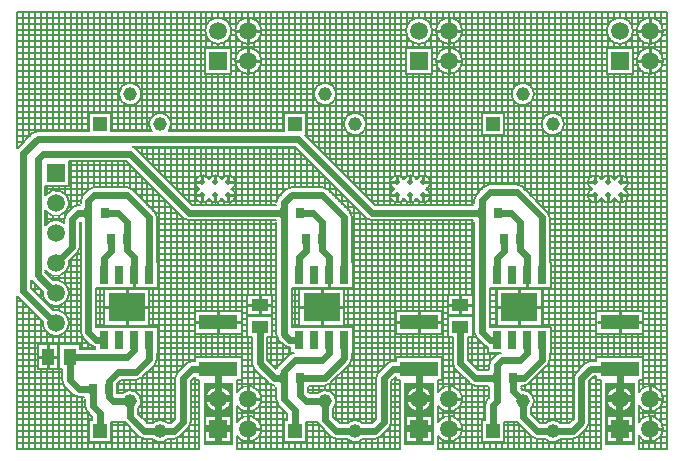
<source format=gbl>
G04*
G04 #@! TF.GenerationSoftware,Altium Limited,Altium Designer,18.0.9 (584)*
G04*
G04 Layer_Physical_Order=2*
G04 Layer_Color=16711680*
%FSLAX43Y43*%
%MOMM*%
G71*
G01*
G75*
%ADD14C,0.200*%
%ADD15C,0.254*%
%ADD27R,0.720X0.880*%
%ADD29R,1.400X1.050*%
%ADD30R,0.800X1.500*%
%ADD31R,3.100X2.410*%
%ADD32C,0.600*%
%ADD33C,1.168*%
%ADD34R,1.168X1.168*%
%ADD35C,1.500*%
%ADD36R,1.500X1.500*%
%ADD37R,1.500X1.500*%
%ADD38C,0.500*%
%ADD39R,1.050X1.400*%
%ADD40R,3.250X1.300*%
G36*
X18750Y850D02*
X16250D01*
X16250Y6100D01*
X18750D01*
X18750Y850D01*
D02*
G37*
G36*
X35750Y850D02*
X33250D01*
Y6100D01*
X35750D01*
Y850D01*
D02*
G37*
G36*
X52750D02*
X50250D01*
Y6100D01*
X52750D01*
Y850D01*
D02*
G37*
%LPC*%
G36*
X17800Y5689D02*
Y5027D01*
X18462D01*
X18377Y5233D01*
X18216Y5443D01*
X18006Y5603D01*
X17800Y5689D01*
D02*
G37*
G36*
X17200D02*
X16994Y5603D01*
X16784Y5443D01*
X16623Y5233D01*
X16538Y5027D01*
X17200D01*
Y5689D01*
D02*
G37*
G36*
X18462Y4426D02*
X17800D01*
Y3764D01*
X18006Y3850D01*
X18216Y4010D01*
X18377Y4220D01*
X18462Y4426D01*
D02*
G37*
G36*
X17200D02*
X16538D01*
X16623Y4220D01*
X16784Y4010D01*
X16994Y3850D01*
X17200Y3764D01*
Y4426D01*
D02*
G37*
G36*
X18504Y3191D02*
X17800D01*
Y2487D01*
X18504D01*
Y3191D01*
D02*
G37*
G36*
X17200D02*
X16496D01*
Y2487D01*
X17200D01*
Y3191D01*
D02*
G37*
G36*
X18504Y1887D02*
X17800D01*
Y1183D01*
X18504D01*
Y1887D01*
D02*
G37*
G36*
X17200D02*
X16496D01*
Y1183D01*
X17200D01*
Y1887D01*
D02*
G37*
G36*
X34800Y5689D02*
Y5027D01*
X35462D01*
X35377Y5233D01*
X35216Y5443D01*
X35006Y5603D01*
X34800Y5689D01*
D02*
G37*
G36*
X34200D02*
X33994Y5603D01*
X33784Y5443D01*
X33623Y5233D01*
X33538Y5027D01*
X34200D01*
Y5689D01*
D02*
G37*
G36*
X35462Y4426D02*
X34800D01*
Y3764D01*
X35006Y3850D01*
X35216Y4010D01*
X35377Y4220D01*
X35462Y4426D01*
D02*
G37*
G36*
X34200D02*
X33538D01*
X33623Y4220D01*
X33784Y4010D01*
X33994Y3850D01*
X34200Y3764D01*
Y4426D01*
D02*
G37*
G36*
X35504Y3191D02*
X34800D01*
Y2487D01*
X35504D01*
Y3191D01*
D02*
G37*
G36*
X34200D02*
X33496D01*
Y2487D01*
X34200D01*
Y3191D01*
D02*
G37*
G36*
X35504Y1887D02*
X34800D01*
Y1183D01*
X35504D01*
Y1887D01*
D02*
G37*
G36*
X34200D02*
X33496D01*
Y1183D01*
X34200D01*
Y1887D01*
D02*
G37*
G36*
X51800Y5689D02*
Y5027D01*
X52462D01*
X52377Y5233D01*
X52216Y5443D01*
X52006Y5603D01*
X51800Y5689D01*
D02*
G37*
G36*
X51200D02*
X50994Y5603D01*
X50784Y5443D01*
X50623Y5233D01*
X50538Y5027D01*
X51200D01*
Y5689D01*
D02*
G37*
G36*
X52462Y4426D02*
X51800D01*
Y3764D01*
X52006Y3850D01*
X52216Y4010D01*
X52377Y4220D01*
X52462Y4426D01*
D02*
G37*
G36*
X51200D02*
X50538D01*
X50623Y4220D01*
X50784Y4010D01*
X50994Y3850D01*
X51200Y3764D01*
Y4426D01*
D02*
G37*
G36*
X52504Y3191D02*
X51800D01*
Y2487D01*
X52504D01*
Y3191D01*
D02*
G37*
G36*
X51200D02*
X50496D01*
Y2487D01*
X51200D01*
Y3191D01*
D02*
G37*
G36*
X52504Y1887D02*
X51800D01*
Y1183D01*
X52504D01*
Y1887D01*
D02*
G37*
G36*
X51200D02*
X50496D01*
Y1183D01*
X51200D01*
Y1887D01*
D02*
G37*
%LPD*%
D14*
X55144Y35890D02*
G03*
X55144Y35890I-1104J0D01*
G01*
Y33350D02*
G03*
X55144Y33350I-1104J0D01*
G01*
X52604Y35890D02*
G03*
X52604Y35890I-1104J0D01*
G01*
X44228Y30540D02*
G03*
X44228Y30540I-938J0D01*
G01*
X46768Y28000D02*
G03*
X46768Y28000I-938J0D01*
G01*
X51850Y22500D02*
G03*
X52204Y23050I-250J550D01*
G01*
D02*
G03*
X51050Y23300I-604J0D01*
G01*
X52204Y21950D02*
G03*
X51850Y22500I-604J0D01*
G01*
X51050Y23300D02*
G03*
X49950Y23300I-550J-250D01*
G01*
X49950D02*
G03*
X49150Y22500I-550J-250D01*
G01*
X51050Y21700D02*
G03*
X52204Y21950I550J250D01*
G01*
X49950Y21700D02*
G03*
X51050Y21700I550J250D01*
G01*
X49150Y22500D02*
G03*
X49950Y21700I250J-550D01*
G01*
X43212Y22712D02*
G03*
X42750Y22904I-462J-462D01*
G01*
X43212Y22712D02*
G03*
X42750Y22904I-462J-462D01*
G01*
X45559Y20095D02*
G03*
X45367Y20557I-654J0D01*
G01*
X45559Y20095D02*
G03*
X45367Y20557I-654J0D01*
G01*
X38144Y35890D02*
G03*
X38144Y35890I-1104J0D01*
G01*
Y33350D02*
G03*
X38144Y33350I-1104J0D01*
G01*
X35100Y22500D02*
G03*
X35454Y23050I-250J550D01*
G01*
X35604Y35890D02*
G03*
X35604Y35890I-1104J0D01*
G01*
X30018Y28000D02*
G03*
X30018Y28000I-938J0D01*
G01*
X35454Y23050D02*
G03*
X34300Y23299I-604J0D01*
G01*
X34300D02*
G03*
X33200Y23299I-550J-250D01*
G01*
X33200D02*
G03*
X32400Y22500I-550J-250D01*
G01*
X40500Y22904D02*
G03*
X40038Y22712I0J-654D01*
G01*
X40500Y22904D02*
G03*
X40038Y22712I0J-654D01*
G01*
X39348Y22022D02*
G03*
X39156Y21560I462J-462D01*
G01*
X39348Y22022D02*
G03*
X39156Y21560I462J-462D01*
G01*
X34300Y21700D02*
G03*
X35454Y21950I550J250D01*
G01*
D02*
G03*
X35100Y22500I-604J0D01*
G01*
X33200Y21700D02*
G03*
X34300Y21700I550J250D01*
G01*
X32400Y22500D02*
G03*
X33200Y21700I250J-550D01*
G01*
X30038Y20038D02*
G03*
X30500Y19846I462J462D01*
G01*
X30038Y20038D02*
G03*
X30500Y19846I462J462D01*
G01*
X26762Y22462D02*
G03*
X26300Y22654I-462J-462D01*
G01*
X26762Y22462D02*
G03*
X26300Y22654I-462J-462D01*
G01*
X28809Y20145D02*
G03*
X28617Y20607I-654J0D01*
G01*
X28809Y20145D02*
G03*
X28617Y20607I-654J0D01*
G01*
X49050Y7954D02*
G03*
X48588Y7762I0J-654D01*
G01*
X49050Y7954D02*
G03*
X48588Y7762I0J-654D01*
G01*
X47788Y6962D02*
G03*
X47596Y6500I462J-462D01*
G01*
X47788Y6962D02*
G03*
X47596Y6500I462J-462D01*
G01*
X45367Y7560D02*
G03*
X45559Y8023I-462J462D01*
G01*
X45367Y7560D02*
G03*
X45559Y8023I-462J462D01*
G01*
X41398Y8646D02*
G03*
X41038Y8462I102J-646D01*
G01*
X41398Y8646D02*
G03*
X41038Y8462I102J-646D01*
G01*
X43382Y5846D02*
G03*
X43845Y6038I0J654D01*
G01*
X43382Y5846D02*
G03*
X43845Y6038I0J654D01*
G01*
X40598Y8022D02*
G03*
X40406Y7560I462J-462D01*
G01*
X40598Y8022D02*
G03*
X40406Y7560I462J-462D01*
G01*
X55144Y4727D02*
G03*
X53111Y5323I-1104J0D01*
G01*
Y4130D02*
G03*
X55144Y4727I929J596D01*
G01*
Y2187D02*
G03*
X53111Y2783I-1104J0D01*
G01*
Y1590D02*
G03*
X55144Y2187I929J596D01*
G01*
X48712Y2288D02*
G03*
X48904Y2750I-462J462D01*
G01*
X48712Y2288D02*
G03*
X48904Y2750I-462J462D01*
G01*
X46502Y2654D02*
G03*
X45158Y2654I-672J-654D01*
G01*
X44038Y1538D02*
G03*
X44500Y1346I462J462D01*
G01*
X43944Y3868D02*
G03*
X44228Y4540I-654J672D01*
G01*
D02*
G03*
X43277Y5478I-938J0D01*
G01*
X47500Y1346D02*
G03*
X47962Y1538I0J654D01*
G01*
X47500Y1346D02*
G03*
X47962Y1538I0J654D01*
G01*
X45158Y1346D02*
G03*
X46502Y1346I672J654D01*
G01*
X44038Y1538D02*
G03*
X44500Y1346I462J462D01*
G01*
X39156Y10404D02*
G03*
X39348Y9942I654J0D01*
G01*
X39156Y10404D02*
G03*
X39348Y9942I654J0D01*
G01*
X40002Y9288D02*
G03*
X40341Y9108I462J462D01*
G01*
X40002Y9288D02*
G03*
X40341Y9108I462J462D01*
G01*
X37346Y7750D02*
G03*
X37538Y7288I654J0D01*
G01*
X37346Y7750D02*
G03*
X37538Y7288I654J0D01*
G01*
X32300Y7954D02*
G03*
X31838Y7762I0J-654D01*
G01*
X32300Y7954D02*
G03*
X31838Y7762I0J-654D01*
G01*
X28617Y7693D02*
G03*
X28809Y8155I-462J462D01*
G01*
X31038Y6962D02*
G03*
X30846Y6500I462J-462D01*
G01*
X31038Y6962D02*
G03*
X30846Y6500I462J-462D01*
G01*
X28617Y7693D02*
G03*
X28809Y8155I-462J462D01*
G01*
X40288Y4712D02*
G03*
X40096Y4250I462J-462D01*
G01*
X38788Y6038D02*
G03*
X39250Y5846I462J462D01*
G01*
X40288Y4712D02*
G03*
X40096Y4250I462J-462D01*
G01*
X38788Y6038D02*
G03*
X39250Y5846I462J462D01*
G01*
X38144Y4727D02*
G03*
X36111Y5323I-1104J0D01*
G01*
Y4130D02*
G03*
X38144Y4727I929J596D01*
G01*
Y2187D02*
G03*
X36111Y2783I-1104J0D01*
G01*
Y1590D02*
G03*
X38144Y2187I929J596D01*
G01*
X27194Y3868D02*
G03*
X27478Y4540I-654J672D01*
G01*
X26500Y5846D02*
G03*
X26962Y6038I0J654D01*
G01*
X26500Y5846D02*
G03*
X26962Y6038I0J654D01*
G01*
X29752Y2654D02*
G03*
X28408Y2654I-672J-654D01*
G01*
X31962Y2288D02*
G03*
X32154Y2750I-462J462D01*
G01*
X31962Y2288D02*
G03*
X32154Y2750I-462J462D01*
G01*
X30750Y1346D02*
G03*
X31212Y1538I0J654D01*
G01*
X30750Y1346D02*
G03*
X31212Y1538I0J654D01*
G01*
X28408Y1346D02*
G03*
X29752Y1346I672J654D01*
G01*
X27038Y1538D02*
G03*
X27500Y1346I462J462D01*
G01*
X27038Y1538D02*
G03*
X27500Y1346I462J462D01*
G01*
X27478Y30540D02*
G03*
X27478Y30540I-938J0D01*
G01*
X21144Y35890D02*
G03*
X21144Y35890I-1104J0D01*
G01*
X18604D02*
G03*
X18604Y35890I-1104J0D01*
G01*
X21144Y33350D02*
G03*
X21144Y33350I-1104J0D01*
G01*
X23700Y22654D02*
G03*
X23238Y22462I0J-654D01*
G01*
X23700Y22654D02*
G03*
X23238Y22462I0J-654D01*
G01*
X22598Y21822D02*
G03*
X22406Y21360I462J-462D01*
G01*
X22598Y21822D02*
G03*
X22406Y21360I462J-462D01*
G01*
X18600Y22500D02*
G03*
X18954Y23050I-250J550D01*
G01*
Y21950D02*
G03*
X18600Y22500I-604J0D01*
G01*
X18954Y23050D02*
G03*
X17800Y23300I-604J0D01*
G01*
X17800D02*
G03*
X16700Y23300I-550J-250D01*
G01*
X16700D02*
G03*
X15900Y22500I-550J-250D01*
G01*
X17800Y21701D02*
G03*
X18954Y21950I550J250D01*
G01*
X16700Y21701D02*
G03*
X17800Y21701I550J250D01*
G01*
X15900Y22500D02*
G03*
X16700Y21701I250J-550D01*
G01*
X13304Y27404D02*
G03*
X13518Y28000I-724J596D01*
G01*
D02*
G03*
X11856Y27404I-938J0D01*
G01*
X10462Y25962D02*
G03*
X10269Y26096I-462J-462D01*
G01*
X10462Y25962D02*
G03*
X10269Y26096I-462J-462D01*
G01*
X10978Y30540D02*
G03*
X10978Y30540I-938J0D01*
G01*
X2215Y27404D02*
G03*
X1753Y27212I0J-654D01*
G01*
X2215Y27404D02*
G03*
X1753Y27212I0J-654D01*
G01*
X12309Y20095D02*
G03*
X12117Y20557I-654J0D01*
G01*
X10212Y22462D02*
G03*
X9750Y22654I-462J-462D01*
G01*
X10212Y22462D02*
G03*
X9750Y22654I-462J-462D01*
G01*
X7000D02*
G03*
X6538Y22462I0J-654D01*
G01*
X7000Y22654D02*
G03*
X6538Y22462I0J-654D01*
G01*
X6048Y21972D02*
G03*
X5856Y21510I462J-462D01*
G01*
X6048Y21972D02*
G03*
X5856Y21510I462J-462D01*
G01*
X5642Y21154D02*
G03*
X5180Y20962I0J-654D01*
G01*
X5642Y21154D02*
G03*
X5180Y20962I0J-654D01*
G01*
X14538Y20038D02*
G03*
X15000Y19846I462J462D01*
G01*
X14538Y20038D02*
G03*
X15000Y19846I462J462D01*
G01*
X12309Y20095D02*
G03*
X12117Y20557I-654J0D01*
G01*
X5593Y17148D02*
G03*
X5785Y17611I-462J462D01*
G01*
X5593Y17148D02*
G03*
X5785Y17611I-462J462D01*
G01*
X4854Y21310D02*
G03*
X2854Y21955I-1104J0D01*
G01*
Y20665D02*
G03*
X4854Y21310I896J645D01*
G01*
X4668Y20451D02*
G03*
X4477Y19988I462J-462D01*
G01*
X4668Y20451D02*
G03*
X4477Y19988I462J-462D01*
G01*
Y19601D02*
G03*
X2854Y19415I-727J-831D01*
G01*
X4854Y16230D02*
G03*
X4841Y16396I-1104J0D01*
G01*
X2854Y15585D02*
G03*
X4854Y16230I896J645D01*
G01*
Y13690D02*
G03*
X3541Y14774I-1104J0D01*
G01*
X2653Y13812D02*
G03*
X4854Y13690I1097J-122D01*
G01*
X23038Y9288D02*
G03*
X23500Y9096I462J462D01*
G01*
X23038Y9288D02*
G03*
X23500Y9096I462J462D01*
G01*
X23876Y8646D02*
G03*
X23516Y8462I102J-646D01*
G01*
X23876Y8646D02*
G03*
X23516Y8462I102J-646D01*
G01*
X22406Y10190D02*
G03*
X22598Y9728I654J0D01*
G01*
X22406Y10190D02*
G03*
X22598Y9728I654J0D01*
G01*
X22598Y7544D02*
G03*
X22441Y7294I462J-462D01*
G01*
X22598Y7544D02*
G03*
X22441Y7294I462J-462D01*
G01*
X20346Y7750D02*
G03*
X20538Y7288I654J0D01*
G01*
X20346Y7750D02*
G03*
X20538Y7288I654J0D01*
G01*
X27478Y4540D02*
G03*
X25868Y5194I-938J0D01*
G01*
X21788Y6038D02*
G03*
X22250Y5846I462J462D01*
G01*
X21788Y6038D02*
G03*
X22250Y5846I462J462D01*
G01*
X22406Y4690D02*
G03*
X22598Y4228I654J0D01*
G01*
X22406Y4690D02*
G03*
X22598Y4228I654J0D01*
G01*
X25921Y2750D02*
G03*
X26078Y2498I619J210D01*
G01*
X25921Y2750D02*
G03*
X26078Y2498I619J210D01*
G01*
X19111Y4130D02*
G03*
X21144Y4727I929J596D01*
G01*
D02*
G03*
X19111Y5323I-1104J0D01*
G01*
X21144Y2187D02*
G03*
X19111Y2783I-1104J0D01*
G01*
Y1590D02*
G03*
X21144Y2187I929J596D01*
G01*
X5856Y10380D02*
G03*
X6048Y9917I654J0D01*
G01*
X15300Y7954D02*
G03*
X14838Y7762I0J-654D01*
G01*
X15300Y7954D02*
G03*
X14838Y7762I0J-654D01*
G01*
X6677Y9288D02*
G03*
X7091Y9098I462J462D01*
G01*
X6677Y9288D02*
G03*
X7091Y9098I462J462D01*
G01*
X5856Y10380D02*
G03*
X6048Y9917I654J0D01*
G01*
X12117Y7635D02*
G03*
X12309Y8098I-462J462D01*
G01*
X12117Y7635D02*
G03*
X12309Y8098I-462J462D01*
G01*
X4854Y11150D02*
G03*
X3541Y12234I-1104J0D01*
G01*
X2653Y11272D02*
G03*
X4854Y11150I1097J-122D01*
G01*
X14038Y6962D02*
G03*
X13846Y6500I462J-462D01*
G01*
X14038Y6962D02*
G03*
X13846Y6500I462J-462D01*
G01*
X10566Y6355D02*
G03*
X11029Y6547I0J654D01*
G01*
X10566Y6355D02*
G03*
X11029Y6547I0J654D01*
G01*
X10694Y3868D02*
G03*
X10978Y4540I-654J672D01*
G01*
X13252Y2654D02*
G03*
X11908Y2654I-672J-654D01*
G01*
X14962Y2288D02*
G03*
X15154Y2750I-462J462D01*
G01*
X14962Y2288D02*
G03*
X15154Y2750I-462J462D01*
G01*
X13750Y1346D02*
G03*
X14212Y1538I0J654D01*
G01*
X13750Y1346D02*
G03*
X14212Y1538I0J654D01*
G01*
X11908Y1346D02*
G03*
X13252Y1346I672J654D01*
G01*
X10788Y1538D02*
G03*
X11250Y1346I462J462D01*
G01*
X10788Y1538D02*
G03*
X11250Y1346I462J462D01*
G01*
X10978Y4540D02*
G03*
X9368Y5194I-938J0D01*
G01*
X6206Y4140D02*
G03*
X6398Y3677I654J0D01*
G01*
X6206Y4140D02*
G03*
X6398Y3677I654J0D01*
G01*
X4271Y6300D02*
G03*
X4463Y5838I654J0D01*
G01*
X4271Y6300D02*
G03*
X4463Y5838I654J0D01*
G01*
X5213Y5088D02*
G03*
X5675Y4896I462J462D01*
G01*
X5213Y5088D02*
G03*
X5675Y4896I462J462D01*
G01*
X54960Y36500D02*
X55500D01*
X54500Y36894D02*
Y37500D01*
X55000Y36435D02*
Y37500D01*
X54000Y36993D02*
Y37500D01*
X53500Y36853D02*
Y37500D01*
X55073Y35500D02*
X55500D01*
X55139Y36000D02*
X55500D01*
X54693Y35000D02*
X55500D01*
X52420Y36500D02*
X53120D01*
X52500Y36358D02*
Y37500D01*
X53000Y36260D02*
Y37500D01*
X52599Y36000D02*
X52941D01*
X52000Y36874D02*
Y37500D01*
X51500Y36994D02*
Y37500D01*
X51000Y36874D02*
Y37500D01*
X52153Y35000D02*
X53387D01*
X52533Y35500D02*
X53007D01*
X52500Y34454D02*
Y35422D01*
X51500Y34454D02*
Y34786D01*
X50500Y34454D02*
Y35423D01*
X52000Y34454D02*
Y34906D01*
X54932Y34000D02*
X55500D01*
X54500Y34354D02*
Y34886D01*
X55000Y33895D02*
Y35345D01*
X54000Y34453D02*
Y34787D01*
X53500Y34313D02*
Y34927D01*
X55087Y33000D02*
X55500D01*
X55134Y33500D02*
X55500D01*
X54744Y32500D02*
X55500D01*
X52604Y34000D02*
X53148D01*
X53000Y33720D02*
Y35520D01*
X52604Y32246D02*
Y34454D01*
Y33500D02*
X52946D01*
X51000Y34454D02*
Y34906D01*
X52604Y33000D02*
X52993D01*
X52604Y32500D02*
X53336D01*
X53000Y12204D02*
Y32980D01*
X52500Y12204D02*
Y32246D01*
X52000Y23503D02*
Y32246D01*
X51500Y23646D02*
Y32246D01*
X51000Y23389D02*
Y32246D01*
X50500Y36357D02*
Y37500D01*
X38139Y36000D02*
X50401D01*
X50396Y34454D02*
X52604D01*
X37960Y36500D02*
X50580D01*
X38073Y35500D02*
X50467D01*
X37693Y35000D02*
X50847D01*
X44108Y31000D02*
X55500D01*
X50396Y32246D02*
X52604D01*
X44227Y30500D02*
X55500D01*
X38087Y33000D02*
X50396D01*
X37932Y34000D02*
X50396D01*
X44057Y30000D02*
X55500D01*
X50396Y32246D02*
Y34454D01*
X43500Y31454D02*
Y37500D01*
X44000Y31153D02*
Y37500D01*
X43000Y31432D02*
Y37500D01*
X42500Y31045D02*
Y37500D01*
X41500Y28938D02*
Y37500D01*
X37744Y32500D02*
X50396D01*
X38134Y33500D02*
X50396D01*
X27358Y31000D02*
X42472D01*
X27477Y30500D02*
X42353D01*
X27307Y30000D02*
X42523D01*
X50500Y23654D02*
Y32246D01*
X49500Y23646D02*
Y37500D01*
X50000Y23389D02*
Y37500D01*
X49000Y23503D02*
Y37500D01*
X46000Y28923D02*
Y37500D01*
X45500Y28878D02*
Y37500D01*
X46500Y28657D02*
Y37500D01*
X46768Y28000D02*
X55500D01*
X46624Y28500D02*
X55500D01*
X46624Y27500D02*
X55500D01*
X41688D02*
X45036D01*
X45500Y20367D02*
Y27122D01*
X45000Y28437D02*
Y37500D01*
X44000Y21925D02*
Y29927D01*
X44500Y21425D02*
Y37500D01*
X42500Y22904D02*
Y30035D01*
X42000Y22904D02*
Y37500D01*
X43000Y22854D02*
Y29648D01*
X43500Y22425D02*
Y29626D01*
X41688Y27062D02*
Y28938D01*
X45000Y20925D02*
Y27563D01*
X41688Y28500D02*
X45036D01*
X39812Y28938D02*
X41688D01*
Y28000D02*
X44892D01*
X52202Y23000D02*
X55500D01*
X52003Y23500D02*
X55500D01*
X52000Y22403D02*
Y22597D01*
X52202Y22000D02*
X55500D01*
X51850Y22500D02*
X55500D01*
X52003Y21500D02*
X55500D01*
X50903Y23500D02*
X51197D01*
X49803D02*
X50097D01*
X50903Y21500D02*
X51197D01*
X49803D02*
X50097D01*
X49000Y22403D02*
Y22598D01*
X45659Y16000D02*
X55500D01*
X45559Y16500D02*
X55500D01*
X45659Y15000D02*
X55500D01*
X45659Y15500D02*
X55500D01*
X45559Y17500D02*
X55500D01*
X45559Y18000D02*
X55500D01*
X45559Y17000D02*
X55500D01*
X53479Y11500D02*
X55500D01*
X53479Y12000D02*
X55500D01*
X53479Y11000D02*
X55500D01*
X45659Y14500D02*
X55500D01*
X49521Y12204D02*
X53479D01*
X52000D02*
Y21497D01*
X51000Y12204D02*
Y21611D01*
X50000Y12204D02*
Y21611D01*
X51500Y12204D02*
Y21354D01*
X50500Y12204D02*
Y21346D01*
X45659Y14146D02*
Y16354D01*
X45559D02*
Y20095D01*
X27925Y24000D02*
X55500D01*
X35253Y23500D02*
X48997D01*
X43425Y22500D02*
X49150D01*
X44425Y21500D02*
X48997D01*
X26925Y25000D02*
X55500D01*
X26425Y25500D02*
X55500D01*
X27425Y24500D02*
X55500D01*
X45559Y19000D02*
X55500D01*
X45559Y19500D02*
X55500D01*
X45559Y18500D02*
X55500D01*
X45419Y20500D02*
X55500D01*
X44925Y21000D02*
X55500D01*
X45559Y20000D02*
X55500D01*
X41500Y22904D02*
Y27062D01*
X35452Y23000D02*
X48798D01*
X39812Y27062D02*
X41688D01*
X40500Y22904D02*
X42750D01*
X44151Y14146D02*
X44389D01*
X43925Y22000D02*
X48798D01*
X43212Y22712D02*
X45367Y20557D01*
X44151Y14146D02*
X44389D01*
X43119D02*
X44151D01*
X44904Y14000D02*
X55500D01*
X44389Y14146D02*
X45659D01*
X42881D02*
X43119D01*
X42881D02*
X43119D01*
X41096Y14059D02*
X44904D01*
Y13000D02*
X55500D01*
X44904Y13500D02*
X55500D01*
X44904Y12500D02*
X55500D01*
X44904Y12000D02*
X49521D01*
X44904Y11500D02*
X49521D01*
X41849Y14146D02*
X42881D01*
X41611D02*
X41849D01*
X41611D02*
X41849D01*
X40464D02*
X41611D01*
X40464Y13000D02*
X41096D01*
X40464Y12500D02*
X41096D01*
X40464Y11500D02*
X41096D01*
X40464Y12000D02*
X41096D01*
X40464Y11000D02*
X41096D01*
X38000Y36435D02*
Y37500D01*
X37500Y36894D02*
Y37500D01*
X37000Y36993D02*
Y37500D01*
X36500Y36853D02*
Y37500D01*
X37500Y34354D02*
Y34886D01*
X38000Y33895D02*
Y35345D01*
X37000Y34453D02*
Y34787D01*
X36000Y36260D02*
Y37500D01*
X35599Y36000D02*
X35941D01*
X35533Y35500D02*
X36007D01*
X36000Y33720D02*
Y35520D01*
X35420Y36500D02*
X36120D01*
X35000Y36874D02*
Y37500D01*
X35500Y36358D02*
Y37500D01*
X36500Y34313D02*
Y34927D01*
X35604Y34000D02*
X36148D01*
X35604Y33500D02*
X35946D01*
X35153Y35000D02*
X36387D01*
X35500Y34454D02*
Y35422D01*
X35000Y34454D02*
Y34906D01*
X41000Y28938D02*
Y37500D01*
X40500Y28938D02*
Y37500D01*
X40000Y28938D02*
Y37500D01*
X39500Y22175D02*
Y37500D01*
X38500Y21154D02*
Y37500D01*
X39000Y21154D02*
Y37500D01*
X41000Y22904D02*
Y27062D01*
X40500Y22904D02*
Y27062D01*
X40000Y22675D02*
Y27062D01*
X39812D02*
Y28938D01*
X38000Y21154D02*
Y32805D01*
X37500Y21154D02*
Y32346D01*
X35604Y33000D02*
X35993D01*
X35604Y32246D02*
Y34454D01*
X36000Y21154D02*
Y32980D01*
X36500Y21154D02*
Y32387D01*
X35604Y32500D02*
X36336D01*
X37000Y21154D02*
Y32247D01*
X35000Y23635D02*
Y32246D01*
X35500Y21154D02*
Y32246D01*
X34500Y36994D02*
Y37500D01*
X34000Y36874D02*
Y37500D01*
X34500Y34454D02*
Y34786D01*
X34000Y34454D02*
Y34906D01*
X33500Y36357D02*
Y37500D01*
Y34454D02*
Y35423D01*
X33396Y34454D02*
X35604D01*
X33396Y32246D02*
Y34454D01*
Y32246D02*
X35604D01*
X30018Y28000D02*
X39812D01*
X29874Y28500D02*
X39812D01*
X29874Y27500D02*
X39812D01*
X30000Y28184D02*
Y37500D01*
X29500Y28839D02*
Y37500D01*
X32500Y23635D02*
Y37500D01*
X29000Y28935D02*
Y37500D01*
X28500Y28737D02*
Y37500D01*
X28000Y23925D02*
Y37500D01*
X27000Y31358D02*
Y37500D01*
X27500Y24425D02*
Y37500D01*
X26500Y25425D02*
Y29603D01*
Y31477D02*
Y37500D01*
X27000Y24925D02*
Y29722D01*
X34000Y23600D02*
Y32246D01*
X33500Y23600D02*
Y32246D01*
X34500Y23542D02*
Y32246D01*
X33000Y23542D02*
Y37500D01*
X34153Y23500D02*
X34447D01*
X33053D02*
X33347D01*
X31500Y21154D02*
Y37500D01*
X31000Y21154D02*
Y37500D01*
X32000Y21154D02*
Y37500D01*
X30000Y21925D02*
Y27816D01*
X28500Y23425D02*
Y27263D01*
X30500Y21425D02*
Y37500D01*
X29000Y22925D02*
Y27065D01*
X29500Y22425D02*
Y27161D01*
X28425Y23500D02*
X32247D01*
X26500Y22623D02*
Y23575D01*
X27000Y22225D02*
Y23075D01*
X39348Y22022D02*
X40038Y22712D01*
X35100Y22500D02*
X39825D01*
X35452Y22000D02*
X39326D01*
X40464Y14000D02*
X41096D01*
X39156Y21294D02*
Y21560D01*
X37500Y13554D02*
Y19846D01*
X35253Y21500D02*
X39156D01*
X36946Y13554D02*
X39054D01*
X34153Y21500D02*
X34447D01*
X34500Y21154D02*
Y21458D01*
X34000Y21154D02*
Y21400D01*
X35000Y21154D02*
Y21365D01*
X33500Y21154D02*
Y21400D01*
X33053Y21500D02*
X33347D01*
X33000Y21154D02*
Y21457D01*
X39000Y13554D02*
Y19846D01*
X38500Y13554D02*
Y19846D01*
X40464Y13500D02*
X41096D01*
X39054Y11796D02*
Y13554D01*
X38000D02*
Y19846D01*
X37000Y13554D02*
Y19846D01*
X36946Y11796D02*
X39054D01*
X36479Y12000D02*
X36946D01*
Y11704D02*
X39054D01*
X35500Y12204D02*
Y19846D01*
X35000Y12204D02*
Y19846D01*
X36000Y12204D02*
Y19846D01*
X33500Y12204D02*
Y19846D01*
X33000Y12204D02*
Y19846D01*
X34500Y12204D02*
Y19846D01*
X36479Y11500D02*
X36946D01*
Y11796D02*
Y13554D01*
X34000Y12204D02*
Y19846D01*
X30425Y21500D02*
X32247D01*
X32500Y21154D02*
Y21365D01*
X29425Y22500D02*
X32400D01*
X28925Y23000D02*
X32048D01*
X29925Y22000D02*
X32048D01*
X30500Y19846D02*
X39096D01*
X30771Y21154D02*
X39096D01*
X28809Y20000D02*
X30079D01*
X28704Y20500D02*
X29575D01*
X28000Y21225D02*
Y22075D01*
X27500Y21725D02*
Y22575D01*
X26762Y22462D02*
X28617Y20607D01*
X26722Y22500D02*
X27575D01*
X28500Y20725D02*
Y21575D01*
X27725Y21500D02*
X28575D01*
X27225Y22000D02*
X28075D01*
X28225Y21000D02*
X29075D01*
X28809Y17500D02*
X39156D01*
X28809Y18000D02*
X39156D01*
X28809Y16500D02*
X39156D01*
X28809Y17000D02*
X39156D01*
X28809Y19000D02*
X39156D01*
X28809Y19500D02*
X39156D01*
X28809Y18500D02*
X39156D01*
X28909Y15500D02*
X39156D01*
X28909Y16000D02*
X39156D01*
X28909Y15000D02*
X39156D01*
X28154Y14000D02*
X39156D01*
X28909Y14500D02*
X39156D01*
X28154Y12500D02*
X36946D01*
X28909Y14146D02*
Y16354D01*
X28809D02*
Y20145D01*
X27639Y14146D02*
X28909D01*
X27401D02*
X27639D01*
X26369D02*
X27401D01*
X28154Y13000D02*
X36946D01*
X28154Y13500D02*
X36946D01*
X32521Y12204D02*
X36479D01*
X28154Y12000D02*
X32521D01*
X27401Y14146D02*
X27639D01*
X28154Y11500D02*
X32521D01*
X53479Y10500D02*
X55500D01*
X53479Y10196D02*
Y12204D01*
X53000Y8304D02*
Y10196D01*
X51500Y8304D02*
Y10196D01*
X49521D02*
X53479D01*
X51000Y8304D02*
Y10196D01*
X53479Y7500D02*
X55500D01*
X53479Y8000D02*
X55500D01*
X53479Y7000D02*
X55500D01*
X49521Y8304D02*
X53479D01*
X52000D02*
Y10196D01*
X52500Y8304D02*
Y10196D01*
X50500Y8304D02*
Y10196D01*
X49521D02*
Y12204D01*
X50000Y8304D02*
Y10196D01*
X49500Y7954D02*
Y21354D01*
X49000Y7952D02*
Y21498D01*
X48500Y7675D02*
Y37500D01*
X48000Y7175D02*
Y37500D01*
X49050Y7954D02*
X49521D01*
Y8304D01*
X49321Y6646D02*
X49521D01*
X47788Y6962D02*
X48588Y7762D01*
X55000Y5272D02*
Y32805D01*
X54500Y5730D02*
Y32346D01*
X55500Y500D02*
Y37500D01*
X55500Y500D02*
Y37500D01*
X54000Y5830D02*
Y32247D01*
X53479Y6296D02*
Y8304D01*
X53500Y5689D02*
Y32387D01*
X53479Y6500D02*
X55500D01*
X53111Y6100D02*
Y6296D01*
X53111Y5323D02*
Y6100D01*
X53111Y6296D02*
X53479D01*
X49521D02*
X49889D01*
X53111Y5323D02*
Y6100D01*
X48904Y6229D02*
X49321Y6646D01*
X49500Y500D02*
Y6646D01*
X47500Y2925D02*
Y37500D01*
X47000Y2654D02*
Y37500D01*
X49521Y6296D02*
Y6646D01*
X49175Y6500D02*
X49521D01*
X49889Y500D02*
Y6296D01*
X48904Y2750D02*
Y6229D01*
X47596Y3021D02*
Y6500D01*
X49000Y500D02*
Y6325D01*
X44904Y11000D02*
X49521D01*
X44904Y10941D02*
Y14059D01*
X45500Y10854D02*
Y14146D01*
X45000Y10854D02*
Y14146D01*
X41096Y10941D02*
X44904D01*
X44151Y10854D02*
X44389D01*
X45659D01*
Y10000D02*
X55500D01*
X45659Y10500D02*
X49521D01*
X45659Y8646D02*
Y10854D01*
Y9000D02*
X55500D01*
X45659Y9500D02*
X55500D01*
X45559Y8500D02*
X55500D01*
X42881Y10854D02*
X43119D01*
X42881D02*
X43119D01*
X44151D02*
X44389D01*
X41096Y10941D02*
Y14059D01*
X41000Y10854D02*
Y14146D01*
X40500Y10854D02*
Y14146D01*
X41849Y10854D02*
X42881D01*
X41611D02*
X41849D01*
X43119D02*
X44151D01*
X41611D02*
X41849D01*
X40464D02*
X41611D01*
X40341Y8646D02*
X41398D01*
X45559Y8000D02*
X49521D01*
X45559Y8023D02*
Y8646D01*
X46500Y2657D02*
Y27343D01*
X46000Y2922D02*
Y27077D01*
X45500Y2878D02*
Y7751D01*
X45307Y7500D02*
X48325D01*
X44807Y7000D02*
X47825D01*
X45000Y2654D02*
Y7193D01*
X44307Y6500D02*
X47596D01*
X43845Y6038D02*
X45367Y7560D01*
X44500Y2925D02*
Y6693D01*
X41000Y8425D02*
Y8646D01*
X38654Y8500D02*
X41078D01*
X40598Y8022D02*
X41038Y8462D01*
X40500Y7898D02*
Y8646D01*
X44000Y5153D02*
Y6193D01*
X38675Y8000D02*
X40576D01*
X55110Y5000D02*
X55500D01*
X54828Y5500D02*
X55500D01*
X53111Y6000D02*
X55500D01*
X54871Y4000D02*
X55500D01*
X55120Y4500D02*
X55500D01*
X55000Y2732D02*
Y4181D01*
X53111Y3500D02*
X55500D01*
X54500Y3190D02*
Y3723D01*
X54786Y3000D02*
X55500D01*
X48904Y5500D02*
X49889D01*
X53111Y2783D02*
Y4130D01*
X53111Y2783D02*
Y4130D01*
X48904Y5000D02*
X49889D01*
X48904Y6000D02*
X49889D01*
X48904Y4500D02*
X49889D01*
X54000Y3290D02*
Y3623D01*
X53500Y3149D02*
Y3764D01*
X53111Y3000D02*
X53294D01*
X48904Y3500D02*
X49889D01*
X48904Y4000D02*
X49889D01*
X48904Y3000D02*
X49889D01*
X55099Y2500D02*
X55500D01*
X55128Y2000D02*
X55500D01*
X54905Y1500D02*
X55500D01*
X55000Y500D02*
Y1641D01*
X54500Y500D02*
Y1183D01*
X53111Y1000D02*
X55500D01*
X54000Y500D02*
Y1083D01*
X53111Y500D02*
X55500D01*
X48854Y2500D02*
X49889D01*
X48425Y2000D02*
X49889D01*
X47962Y1538D02*
X48712Y2288D01*
X48500Y500D02*
Y2075D01*
X53111Y850D02*
Y1590D01*
X53111Y850D02*
Y1590D01*
X53500Y500D02*
Y1224D01*
X47921Y1500D02*
X49889D01*
X48000Y500D02*
Y1575D01*
X53111Y500D02*
Y850D01*
X44227Y4500D02*
X47596D01*
X44108Y5000D02*
X47596D01*
X43944Y3500D02*
X47596D01*
X44057Y4000D02*
X47596D01*
X43255Y5500D02*
X47596D01*
X43804Y6000D02*
X47596D01*
X43944Y3481D02*
X44771Y2654D01*
X46502D02*
X47229D01*
X47596Y3021D01*
X44425Y3000D02*
X47575D01*
X44771Y2654D02*
X45158D01*
X43500Y5454D02*
Y5857D01*
X44000Y3425D02*
Y3927D01*
X43154Y5846D02*
X43382D01*
X43094Y5661D02*
X43277Y5478D01*
X43944Y3481D02*
Y3868D01*
X41688Y2750D02*
X42825D01*
X42828Y2748D02*
X44038Y1538D01*
X41688Y2000D02*
X43575D01*
X41688Y2500D02*
X43075D01*
X41688Y1500D02*
X44079D01*
X47500Y500D02*
Y1346D01*
X47000Y500D02*
Y1346D01*
X46502D02*
X47500D01*
X44500D02*
X45158D01*
X46000Y500D02*
Y1078D01*
X45500Y500D02*
Y1122D01*
X46500Y500D02*
Y1343D01*
X36111Y500D02*
X49889D01*
X36111Y1000D02*
X49889D01*
X45000Y500D02*
Y1346D01*
X43500Y500D02*
Y2075D01*
X43000Y500D02*
Y2575D01*
X44000Y500D02*
Y1575D01*
X42000Y500D02*
Y2750D01*
X41688Y1062D02*
Y2750D01*
X42500Y500D02*
Y2750D01*
X44500Y500D02*
Y1346D01*
X41500Y500D02*
Y1062D01*
X39812D02*
X41688D01*
X40500Y500D02*
Y1062D01*
X41000Y500D02*
Y1062D01*
X40464Y10854D02*
Y14146D01*
X39156Y10404D02*
Y19706D01*
X39054Y10000D02*
X39296D01*
X39054Y9946D02*
Y11704D01*
X38654Y9946D02*
X39054D01*
X40341Y8646D02*
Y9108D01*
X39348Y9942D02*
X40002Y9288D01*
X38654Y9500D02*
X39790D01*
X38654Y9000D02*
X40341D01*
X36479Y10500D02*
X36946D01*
X36479Y11000D02*
X36946D01*
Y9946D02*
Y11704D01*
X36479Y10196D02*
Y12204D01*
X35500Y8304D02*
Y10196D01*
X36000Y8304D02*
Y10196D01*
X36946Y9946D02*
X37346D01*
X35000Y8304D02*
Y10196D01*
X34500Y8304D02*
Y10196D01*
X33500Y8304D02*
Y10196D01*
X33000Y8304D02*
Y10196D01*
X34000Y8304D02*
Y10196D01*
X40406Y7294D02*
Y7560D01*
X39175Y7500D02*
X40406D01*
X40000Y7154D02*
Y9290D01*
X39500Y7175D02*
Y9790D01*
X39000Y7675D02*
Y9946D01*
X38654Y8021D02*
Y9946D01*
Y8021D02*
X39521Y7154D01*
X40346D01*
X38000Y5272D02*
Y6825D01*
X38500Y500D02*
Y6325D01*
X36479Y6500D02*
X38325D01*
X36479Y7000D02*
X37825D01*
X37538Y7288D02*
X38788Y6038D01*
X37346Y7750D02*
Y9946D01*
X37000Y5830D02*
Y9946D01*
X36479Y8000D02*
X37346D01*
X36479Y6296D02*
Y8304D01*
X36500Y5689D02*
Y19846D01*
X36479Y7500D02*
X37396D01*
X37500Y5730D02*
Y7329D01*
X36111Y6296D02*
X36479D01*
X36111Y6100D02*
Y6296D01*
Y5323D02*
Y6100D01*
X32521Y10196D02*
X36479D01*
X28909Y10500D02*
X32521D01*
Y10196D02*
Y12204D01*
X32500Y7954D02*
Y19846D01*
X28909Y10000D02*
X36946D01*
X28154Y11000D02*
X32521D01*
X28909Y9500D02*
X37346D01*
X32521Y8304D02*
X36479D01*
X32521Y7954D02*
Y8304D01*
X32300Y7954D02*
X32521D01*
X28809Y8500D02*
X37346D01*
X28909Y9000D02*
X37346D01*
X28790Y8000D02*
X32521D01*
X28909Y8646D02*
Y10854D01*
X28500D02*
Y14146D01*
X32000Y7881D02*
Y19846D01*
X27639Y10854D02*
X28909D01*
X28154Y10941D02*
Y14059D01*
X26369Y10854D02*
X27401D01*
X28809Y8155D02*
Y8646D01*
X27401Y10854D02*
X27639D01*
X27401D02*
X27639D01*
X31038Y6962D02*
X31838Y7762D01*
X31500Y7425D02*
Y19846D01*
X32521Y6296D02*
Y6596D01*
X28425Y7500D02*
X31575D01*
X27925Y7000D02*
X31075D01*
X32889Y6100D02*
Y6296D01*
X32521D02*
X32889D01*
Y850D02*
Y6100D01*
X32154Y6229D02*
X32521Y6596D01*
X32154Y2750D02*
Y6229D01*
X32500Y500D02*
Y6575D01*
X31000Y6921D02*
Y19846D01*
X30500Y2675D02*
Y19846D01*
X30000Y2654D02*
Y20075D01*
X29000Y2935D02*
Y21075D01*
X29500Y2839D02*
Y20575D01*
X30846Y3021D02*
Y6500D01*
X28500Y2737D02*
Y7575D01*
X28000Y2654D02*
Y7075D01*
X27425Y6500D02*
X30846D01*
X26962Y6038D02*
X28617Y7693D01*
X27500Y2925D02*
Y6575D01*
X40406Y4831D02*
Y5706D01*
X39250Y5846D02*
X40346D01*
X40288Y4712D02*
X40406Y4831D01*
X37828Y5500D02*
X40406D01*
X38110Y5000D02*
X40406D01*
X38120Y4500D02*
X40146D01*
X39812Y2938D02*
X40096D01*
X36111Y3500D02*
X40096D01*
X37871Y4000D02*
X40096D01*
X37786Y3000D02*
X40096D01*
X36111Y6000D02*
X38829D01*
X36111Y5323D02*
Y6100D01*
X37000Y3290D02*
Y3623D01*
X37500Y3190D02*
Y3723D01*
X36500Y3149D02*
Y3764D01*
X36111Y3000D02*
X36294D01*
X40096Y2938D02*
Y4250D01*
X40000Y2938D02*
Y5846D01*
X39812Y1062D02*
Y2938D01*
X39500Y500D02*
Y5846D01*
X38000Y2732D02*
Y4181D01*
X39000Y500D02*
Y5896D01*
X38128Y2000D02*
X39812D01*
X38099Y2500D02*
X39812D01*
X40000Y500D02*
Y1062D01*
X37905Y1500D02*
X39812D01*
X38000Y500D02*
Y1641D01*
X36111Y2783D02*
Y4130D01*
Y2783D02*
Y4130D01*
X32889Y850D02*
Y6100D01*
X37000Y500D02*
Y1083D01*
X36500Y500D02*
Y1224D01*
X37500Y500D02*
Y1183D01*
X36111Y850D02*
Y1590D01*
Y850D02*
Y1590D01*
Y500D02*
Y850D01*
X32154Y5500D02*
X32889D01*
X32154Y6000D02*
X32889D01*
X32154Y4500D02*
X32889D01*
X32154Y5000D02*
X32889D01*
X27358D02*
X30846D01*
X26921Y6000D02*
X30846D01*
X27477Y4500D02*
X30846D01*
X32154Y3500D02*
X32889D01*
X32154Y4000D02*
X32889D01*
X32154Y3000D02*
X32889D01*
X27194Y3500D02*
X30846D01*
X27307Y4000D02*
X30846D01*
X32104Y2500D02*
X32889D01*
X27000Y5358D02*
Y6075D01*
X27194Y3231D02*
Y3868D01*
X26500Y5477D02*
Y5846D01*
X29752Y2654D02*
X30479D01*
X30846Y3021D01*
X27425Y3000D02*
X30825D01*
X27771Y2654D02*
X28408D01*
X27194Y3231D02*
X27771Y2654D01*
X31675Y2000D02*
X32889D01*
X32000Y500D02*
Y2328D01*
X31212Y1538D02*
X31962Y2288D01*
X31500Y500D02*
Y1825D01*
X32889Y500D02*
Y850D01*
X31171Y1500D02*
X32889D01*
X31000Y500D02*
Y1396D01*
X29752Y1346D02*
X30750D01*
X30500Y500D02*
Y1346D01*
X30000Y500D02*
Y1346D01*
X27000Y500D02*
Y1575D01*
X26500Y500D02*
Y2075D01*
X29000Y500D02*
Y1065D01*
X28500Y500D02*
Y1263D01*
X29500Y500D02*
Y1161D01*
X27500Y1346D02*
X28408D01*
X28000Y500D02*
Y1346D01*
X27500Y500D02*
Y1346D01*
X21139Y36000D02*
X33401D01*
X21000Y36435D02*
Y37500D01*
X21073Y35500D02*
X33467D01*
X26000Y31307D02*
Y37500D01*
X20960Y36500D02*
X33580D01*
X21000Y33895D02*
Y35345D01*
X21134Y33500D02*
X33396D01*
X20932Y34000D02*
X33396D01*
X21087Y33000D02*
X33396D01*
X20693Y35000D02*
X33847D01*
X20744Y32500D02*
X33396D01*
X20500Y36894D02*
Y37500D01*
X20000Y36993D02*
Y37500D01*
X19500Y36853D02*
Y37500D01*
X19000Y33720D02*
Y35520D01*
X20500Y34354D02*
Y34886D01*
X20000Y34453D02*
Y34787D01*
X19500Y34313D02*
Y34927D01*
X25000Y26925D02*
Y37500D01*
X26000Y25925D02*
Y29773D01*
X25500Y26425D02*
Y37500D01*
X23062Y28938D02*
X24938D01*
X24500D02*
Y37500D01*
X24938Y27062D02*
Y28938D01*
Y28500D02*
X28286D01*
X24938Y28000D02*
X28142D01*
X25425Y26500D02*
X55500D01*
X24925Y27000D02*
X55500D01*
X24938Y27500D02*
X28286D01*
X24863Y27062D02*
X30771Y21154D01*
X24000Y28938D02*
Y37500D01*
X23500Y28938D02*
Y37500D01*
X23000Y27404D02*
Y37500D01*
X22000Y27404D02*
Y37500D01*
X21500Y27404D02*
Y37500D01*
X22500Y27404D02*
Y37500D01*
X21000Y27404D02*
Y32805D01*
X20500Y27404D02*
Y32346D01*
X23062Y27404D02*
Y28938D01*
X19500Y27404D02*
Y32387D01*
X19000Y27404D02*
Y32980D01*
X20000Y27404D02*
Y32247D01*
X19000Y36260D02*
Y37500D01*
X18500Y36358D02*
Y37500D01*
X500Y37500D02*
X55500D01*
X500Y37500D02*
X55500D01*
X500Y37000D02*
X55500D01*
X18420Y36500D02*
X19120D01*
X18599Y36000D02*
X18941D01*
X18533Y35500D02*
X19007D01*
X500Y34500D02*
X55500D01*
X18153Y35000D02*
X19387D01*
X16396Y34454D02*
X18604D01*
X18000Y36874D02*
Y37500D01*
X17500Y36994D02*
Y37500D01*
X17000Y36874D02*
Y37500D01*
X500Y36500D02*
X16580D01*
X16500Y36358D02*
Y37500D01*
X500Y36000D02*
X16401D01*
X18000Y34454D02*
Y34906D01*
X17500Y34454D02*
Y34786D01*
X18500Y34454D02*
Y35422D01*
X500Y35000D02*
X16847D01*
X500Y35500D02*
X16467D01*
X17000Y34454D02*
Y34906D01*
X18604Y32500D02*
X19336D01*
X10857Y31000D02*
X25722D01*
X10977Y30500D02*
X25603D01*
X500Y31500D02*
X55500D01*
X500Y32000D02*
X55500D01*
X10807Y30000D02*
X25773D01*
X13518Y28000D02*
X23062D01*
X13374Y28500D02*
X23062D01*
X13374Y27500D02*
X23062D01*
X500Y29000D02*
X55500D01*
X500Y29500D02*
X55500D01*
X13304Y27404D02*
X23062D01*
X18604Y34000D02*
X19148D01*
X18604Y33500D02*
X18946D01*
X18604Y32246D02*
Y34454D01*
Y33000D02*
X18993D01*
X16500Y34454D02*
Y35422D01*
X500Y33000D02*
X16396D01*
X18000Y27404D02*
Y32246D01*
X17500Y27404D02*
Y32246D01*
X18500Y27404D02*
Y32246D01*
X16396D02*
X18604D01*
X16500Y27404D02*
Y32246D01*
X17000Y27404D02*
Y32246D01*
X25925Y26000D02*
X55500D01*
X26000Y22654D02*
Y24075D01*
X25500Y22654D02*
Y24575D01*
X25000Y22654D02*
Y25075D01*
X24500Y22654D02*
Y25575D01*
X24000Y22654D02*
Y26075D01*
X23500Y22623D02*
Y26096D01*
X23700Y22654D02*
X26300D01*
X18952Y23000D02*
X27075D01*
X18753Y23500D02*
X26575D01*
X18600Y22500D02*
X23278D01*
X23000Y22225D02*
Y26096D01*
X22500Y21698D02*
Y26096D01*
X21500Y21154D02*
Y26096D01*
X21000Y21154D02*
Y26096D01*
X19500Y21154D02*
Y26096D01*
X19000Y21154D02*
Y26096D01*
X20500Y21154D02*
Y26096D01*
X22598Y21822D02*
X23238Y22462D01*
X18952Y22000D02*
X22775D01*
X18753Y21500D02*
X22421D01*
X20000Y21154D02*
Y26096D01*
X25099Y14146D02*
X26131D01*
X24861D02*
X25099D01*
X26131D02*
X26369D01*
X26131D02*
X26369D01*
X23979Y26096D02*
X30038Y20038D01*
X24861Y14146D02*
X25099D01*
X23714D02*
X24861D01*
X24346Y14059D02*
X28154D01*
X23714Y14000D02*
X24346D01*
X23714Y13500D02*
X24346D01*
X23714Y13000D02*
X24346D01*
X22054D02*
X22406D01*
X23714Y12500D02*
X24346D01*
X22000Y13554D02*
Y19846D01*
Y21154D02*
Y26096D01*
X21500Y13554D02*
Y19846D01*
X20500Y13554D02*
Y19846D01*
X20000Y13554D02*
Y19846D01*
X21000Y13554D02*
Y19846D01*
X22054Y13500D02*
X22406D01*
X22054Y12500D02*
X22406D01*
X19946Y13554D02*
X22054D01*
X11925Y24500D02*
X25575D01*
X11425Y25000D02*
X25075D01*
X12425Y24000D02*
X26075D01*
X18500Y23635D02*
Y26096D01*
X10422Y26000D02*
X24075D01*
X10269Y26096D02*
X23979D01*
X10925Y25500D02*
X24575D01*
X17500Y23600D02*
Y26096D01*
X17000Y23600D02*
Y26096D01*
X18000Y23542D02*
Y26096D01*
X16500Y23543D02*
Y26096D01*
X17653Y23500D02*
X17947D01*
X17653Y21500D02*
X17947D01*
X16553Y23500D02*
X16847D01*
X16553Y21500D02*
X16847D01*
X12309Y19500D02*
X22406D01*
X15000Y19846D02*
X22346D01*
X12309Y18500D02*
X22406D01*
X12309Y19000D02*
X22406D01*
X12309Y17500D02*
X22406D01*
X12309Y18000D02*
X22406D01*
X12309Y17000D02*
X22406D01*
X12409Y15500D02*
X22406D01*
X12409Y16000D02*
X22406D01*
X12409Y15000D02*
X22406D01*
X12409Y14500D02*
X22406D01*
X12309Y16500D02*
X22406D01*
X11654Y14000D02*
X22406D01*
X18000Y21154D02*
Y21458D01*
X16500Y21154D02*
Y21458D01*
X17500Y21154D02*
Y21400D01*
X17000Y21154D02*
Y21400D01*
X18500Y21154D02*
Y21365D01*
X15271Y21154D02*
X22346D01*
X11654Y13500D02*
X19946D01*
X11654Y13000D02*
X19946D01*
X15000Y27404D02*
Y37500D01*
X14500Y27404D02*
Y37500D01*
X16000Y27404D02*
Y37500D01*
X15500Y27404D02*
Y37500D01*
X12500Y28934D02*
Y37500D01*
X12000Y28737D02*
Y37500D01*
X14000Y27404D02*
Y37500D01*
X16396Y32246D02*
Y34454D01*
X13500Y28183D02*
Y37500D01*
Y27404D02*
Y27816D01*
X13000Y28839D02*
Y37500D01*
X10500Y31357D02*
Y37500D01*
X10000Y31477D02*
Y37500D01*
X11500Y27404D02*
Y37500D01*
X11000Y27404D02*
Y37500D01*
X9500Y31307D02*
Y37500D01*
X9000Y27404D02*
Y37500D01*
X8500Y27404D02*
Y37500D01*
X10500Y27404D02*
Y29722D01*
X9500Y27404D02*
Y29773D01*
X10000Y27404D02*
Y29603D01*
X16000Y23635D02*
Y26096D01*
X14500Y21925D02*
Y26096D01*
X15500Y21154D02*
Y26096D01*
X15000Y21425D02*
Y26096D01*
X13500Y22925D02*
Y26096D01*
X13000Y23425D02*
Y26096D01*
X14000Y22425D02*
Y26096D01*
X13425Y23000D02*
X15548D01*
X12925Y23500D02*
X15747D01*
X10462Y25962D02*
X15271Y21154D01*
X9729Y24846D02*
X14538Y20038D01*
X12000Y24425D02*
Y26096D01*
X11500Y24925D02*
Y26096D01*
X12500Y23925D02*
Y26096D01*
X11000Y25425D02*
Y26096D01*
X10500Y25925D02*
Y26096D01*
X9500Y22654D02*
Y24846D01*
X11000Y21675D02*
Y23575D01*
X10500Y22175D02*
Y24075D01*
X11500Y21175D02*
Y23075D01*
X9000Y22654D02*
Y24846D01*
X8500Y22654D02*
Y24846D01*
X10000Y22604D02*
Y24575D01*
X500Y33500D02*
X16396D01*
X500Y34000D02*
X16396D01*
X500Y32500D02*
X16396D01*
X8000Y28938D02*
Y37500D01*
X500Y31000D02*
X9223D01*
X500Y30500D02*
X9103D01*
X500Y30000D02*
X9273D01*
X8438Y28500D02*
X11786D01*
X8438Y28000D02*
X11642D01*
X8438Y27404D02*
Y28938D01*
Y27500D02*
X11786D01*
X6562Y28938D02*
X8438D01*
Y27404D02*
X11856D01*
X7500Y28938D02*
Y37500D01*
X7000Y28938D02*
Y37500D01*
X6500Y27404D02*
Y37500D01*
X4500Y27404D02*
Y37500D01*
X3000Y27404D02*
Y37500D01*
X6000Y27404D02*
Y37500D01*
X5500Y27404D02*
Y37500D01*
X5000Y27404D02*
Y37500D01*
X6562Y27404D02*
Y28938D01*
X500Y28000D02*
X6562D01*
X500Y28500D02*
X6562D01*
X500Y27500D02*
X6562D01*
X8000Y22654D02*
Y24846D01*
X7500Y22654D02*
Y24846D01*
X7000Y22654D02*
Y24846D01*
X5000Y20782D02*
Y24846D01*
X4854D02*
X9729D01*
X2215Y27404D02*
X6562D01*
X4854Y22746D02*
Y24846D01*
X6500Y22425D02*
Y24846D01*
X6000Y21919D02*
Y24846D01*
X5500Y21138D02*
Y24846D01*
X4854Y24000D02*
X10575D01*
X4854Y24500D02*
X10075D01*
X4854Y23500D02*
X11075D01*
X3500Y27404D02*
Y37500D01*
X2500Y27404D02*
Y37500D01*
X4000Y27404D02*
Y37500D01*
X2000Y27368D02*
Y37500D01*
X1500Y26960D02*
Y37500D01*
X1000Y26460D02*
Y37500D01*
X538Y25997D02*
X1753Y27212D01*
X500Y27000D02*
X1540D01*
X500Y26500D02*
X1040D01*
X500Y25957D02*
Y37500D01*
X13925Y22500D02*
X15900D01*
X14425Y22000D02*
X15548D01*
X10675D02*
X12575D01*
X10172Y22500D02*
X12075D01*
X10212Y22462D02*
X12117Y20557D01*
X16000Y21154D02*
Y21365D01*
X14925Y21500D02*
X15747D01*
X12169Y20500D02*
X14075D01*
X11675Y21000D02*
X13575D01*
X11175Y21500D02*
X13075D01*
X7000Y22654D02*
X9750D01*
X12000Y20675D02*
Y22575D01*
X6048Y21972D02*
X6538Y22462D01*
X5856Y21294D02*
Y21510D01*
X5642Y21154D02*
X5796D01*
X12409Y14146D02*
Y16354D01*
X12309D02*
Y20095D01*
Y20000D02*
X14579D01*
X10901Y14146D02*
X11139D01*
X10901D02*
X11139D01*
X12409D01*
X9869D02*
X10901D01*
X9631D02*
X9869D01*
X7846Y14059D02*
X11654D01*
X7164Y14146D02*
X8361D01*
X5785Y17611D02*
Y19718D01*
X8361Y14146D02*
X8599D01*
X5445Y17000D02*
X5856D01*
X8599Y14146D02*
X9631D01*
X8361D02*
X8599D01*
X9631D02*
X9869D01*
X7164Y13500D02*
X7846D01*
X7164Y14000D02*
X7846D01*
X7164Y13000D02*
X7846D01*
X4854Y23000D02*
X11575D01*
X4500Y22120D02*
Y22746D01*
X4612Y22000D02*
X6075D01*
X4838Y21500D02*
X5856D01*
X2854Y22500D02*
X6578D01*
X2854Y22746D02*
X4854D01*
X4810Y21000D02*
X5221D01*
X4500Y20500D02*
X4717D01*
X4668Y20451D02*
X5180Y20962D01*
X4000Y22385D02*
Y22746D01*
X3500Y22385D02*
Y22746D01*
X3000Y22120D02*
Y22746D01*
Y19580D02*
Y20500D01*
X2854Y21955D02*
Y22746D01*
Y19415D02*
Y20665D01*
X4500Y20161D02*
Y20500D01*
X4000Y19845D02*
Y20235D01*
X4477Y19601D02*
Y19988D01*
X2854Y20000D02*
X4477D01*
X3500Y19845D02*
Y20235D01*
X4945Y16500D02*
X5856D01*
X4841Y16396D02*
X5593Y17148D01*
X4830Y16000D02*
X5856D01*
X4578Y15500D02*
X5856D01*
X3315Y15000D02*
X5856D01*
X4838Y13500D02*
X5856D01*
X4810Y14000D02*
X5856D01*
X4612Y13000D02*
X5856D01*
X4500Y14500D02*
X5856D01*
X4000Y14765D02*
Y15155D01*
X3500Y14815D02*
Y15155D01*
X4500Y14500D02*
Y15420D01*
X2854Y15461D02*
X3541Y14774D01*
X1654Y14121D02*
Y14830D01*
X1738Y14728D02*
X2653Y13812D01*
X2275Y13500D02*
X2662D01*
X2000Y13775D02*
Y14465D01*
X2500Y13275D02*
Y13965D01*
X1775Y14000D02*
X2465D01*
X1654Y14500D02*
X1965D01*
X500Y13000D02*
X925D01*
X23714Y11000D02*
X24346D01*
X23714Y12000D02*
X24346D01*
Y10941D02*
X28154D01*
X26131Y10854D02*
X26369D01*
X25099D02*
X26131D01*
X26369D01*
X24861D02*
X25099D01*
X23714D02*
X24861D01*
X25099D01*
X24346Y10941D02*
Y14059D01*
X24000Y10854D02*
Y14146D01*
X23714Y10854D02*
Y14146D01*
X22406Y10190D02*
Y19706D01*
X22054Y12000D02*
X22406D01*
X22054Y11796D02*
Y13554D01*
X23714Y11500D02*
X24346D01*
X22054D02*
X22406D01*
X22054Y9946D02*
Y11704D01*
Y10500D02*
X22406D01*
X22054Y11000D02*
X22406D01*
X22054Y10000D02*
X22434D01*
X23591Y8646D02*
Y9096D01*
X23500Y8447D02*
Y9096D01*
X21654Y9000D02*
X23591D01*
X22598Y9728D02*
X23038Y9288D01*
X23000Y7947D02*
Y9325D01*
X23591Y8646D02*
X23876D01*
X21654Y8500D02*
X23556D01*
X21675Y8000D02*
X23053D01*
X22598Y7544D02*
X23516Y8462D01*
X22000Y7675D02*
Y9946D01*
X21654D02*
X22054D01*
X21654Y8021D02*
Y9946D01*
X20346Y7750D02*
Y9946D01*
X22500Y7420D02*
Y9852D01*
X21654Y9500D02*
X22825D01*
X22175Y7500D02*
X22557D01*
X21654Y8021D02*
X22381Y7294D01*
X19000Y12204D02*
Y19846D01*
X18500Y12204D02*
Y19846D01*
X19946Y11796D02*
Y13554D01*
X19479Y12000D02*
X19946D01*
X11654Y12500D02*
X19946D01*
X15521Y12204D02*
X19479D01*
X18000D02*
Y19846D01*
X19946Y11704D02*
X22054D01*
X19946Y11796D02*
X22054D01*
X19479Y11500D02*
X19946D01*
X19479Y11000D02*
X19946D01*
X19479Y10500D02*
X19946D01*
X17500Y12204D02*
Y19846D01*
X17000Y12204D02*
Y19846D01*
X16500Y12204D02*
Y19846D01*
X16000Y12204D02*
Y19846D01*
X15521Y10196D02*
Y12204D01*
X12409Y10500D02*
X15521D01*
X11654Y11500D02*
X15521D01*
X11654Y12000D02*
X15521D01*
X11654Y11000D02*
X15521D01*
X19946Y9946D02*
X20346D01*
X19946D02*
Y11704D01*
X20000Y5830D02*
Y9946D01*
X19500Y5689D02*
Y19846D01*
X12409Y9500D02*
X20346D01*
X12409Y10000D02*
X19946D01*
X12409Y9000D02*
X20346D01*
X19479Y8000D02*
X20346D01*
X12309Y8500D02*
X20346D01*
X15521Y8304D02*
X19479D01*
Y6296D02*
Y8304D01*
Y10196D02*
Y12204D01*
X19000Y8304D02*
Y10196D01*
X18500Y8304D02*
Y10196D01*
X15521D02*
X19479D01*
X17500Y8304D02*
Y10196D01*
X18000Y8304D02*
Y10196D01*
X16500Y8304D02*
Y10196D01*
X16000Y8304D02*
Y10196D01*
X17000Y8304D02*
Y10196D01*
X15300Y7954D02*
X15521D01*
X12302Y8000D02*
X15521D01*
Y7954D02*
Y8304D01*
X25154Y5846D02*
X26500D01*
X26000Y5307D02*
Y5846D01*
X25500Y5194D02*
Y5846D01*
X25094Y5500D02*
X30846D01*
X25094Y5331D02*
Y5706D01*
Y5331D02*
X25231Y5194D01*
X25868D01*
X23346Y2938D02*
Y3479D01*
X24938Y2750D02*
X25921D01*
X20786Y3000D02*
X23346D01*
X22598Y4228D02*
X23346Y3479D01*
X23062Y2938D02*
X23346D01*
X22406Y4690D02*
Y5706D01*
X21000Y5272D02*
Y6825D01*
X20538Y7288D02*
X21788Y6038D01*
X20500Y5730D02*
Y7329D01*
X20828Y5500D02*
X22406D01*
X21121Y4500D02*
X22434D01*
X20871Y4000D02*
X22825D01*
X21110Y5000D02*
X22406D01*
X20500Y3190D02*
Y3723D01*
X26000Y500D02*
Y2591D01*
X25500Y500D02*
Y2750D01*
X24938Y2500D02*
X26075D01*
X24938Y1062D02*
Y2750D01*
X25000Y500D02*
Y2750D01*
X26078Y2498D02*
X27038Y1538D01*
X24938Y2000D02*
X26575D01*
X24938Y1500D02*
X27079D01*
X23062Y1062D02*
X24938D01*
X24000Y500D02*
Y1062D01*
X24500Y500D02*
Y1062D01*
X23062D02*
Y2938D01*
X23000Y500D02*
Y3825D01*
X22500Y500D02*
Y4352D01*
X21500Y500D02*
Y6325D01*
X21000Y2732D02*
Y4181D01*
X22000Y500D02*
Y5896D01*
X21128Y2000D02*
X23062D01*
X21099Y2500D02*
X23062D01*
X23500Y500D02*
Y1062D01*
X20905Y1500D02*
X23062D01*
X21000Y500D02*
Y1641D01*
X20500Y500D02*
Y1183D01*
X19479Y7000D02*
X20825D01*
X19479Y7500D02*
X20396D01*
X19111Y6000D02*
X21829D01*
X19479Y6500D02*
X21325D01*
X19111Y6296D02*
X19479D01*
X19111Y6100D02*
Y6296D01*
X19111Y5323D02*
Y6100D01*
X19111Y3500D02*
X23325D01*
X19111Y5323D02*
Y6100D01*
X15889Y3475D02*
X15889Y6100D01*
X15889Y3475D02*
Y6296D01*
X15521D02*
X15889D01*
X15154Y6229D02*
X15521Y6596D01*
X15154Y6000D02*
X15889D01*
X15154Y5000D02*
X15889D01*
X15154Y5500D02*
X15889D01*
X19111Y3475D02*
Y4130D01*
X15154Y4000D02*
X15889D01*
X15154Y4500D02*
X15889D01*
X15154Y3500D02*
X15889D01*
X20000Y3290D02*
Y3623D01*
X19500Y3149D02*
Y3764D01*
X19111Y3000D02*
X19294D01*
X19111Y3475D02*
Y4130D01*
X20000Y500D02*
Y1083D01*
X19500Y500D02*
Y1224D01*
X19111Y1000D02*
X32889D01*
X19111Y500D02*
X32889D01*
X19111Y2783D02*
Y3475D01*
Y2783D02*
Y3475D01*
X15889Y850D02*
Y3475D01*
X15104Y2500D02*
X15889D01*
X15154Y3000D02*
X15889D01*
X15889Y850D02*
X15889Y3475D01*
Y500D02*
Y850D01*
X14675Y2000D02*
X15889D01*
X19111Y500D02*
Y1590D01*
X500Y1000D02*
X15889D01*
X14171Y1500D02*
X15889D01*
X500Y500D02*
X15889D01*
X12000Y10854D02*
Y14146D01*
X11654Y10941D02*
Y14059D01*
X7846Y10941D02*
X11654D01*
X10901Y10854D02*
X11139D01*
X10901D02*
X11139D01*
X12409D01*
X9631D02*
X9869D01*
X9631D02*
X9869D01*
X10901D01*
X7846Y10941D02*
Y14059D01*
X7164Y11500D02*
X7846D01*
X7500Y10854D02*
Y14146D01*
X7164Y10854D02*
Y14146D01*
Y12000D02*
X7846D01*
X7164Y12500D02*
X7846D01*
X5856Y10380D02*
Y19706D01*
X8361Y10854D02*
X8599D01*
X8361D02*
X8599D01*
X9631D01*
X7164D02*
X8361D01*
X7164Y11000D02*
X7846D01*
X15500Y7954D02*
Y19846D01*
X15000Y7881D02*
Y19846D01*
X14500Y7425D02*
Y20075D01*
X14000Y6921D02*
Y20575D01*
X13000Y2839D02*
Y21575D01*
X12500Y2935D02*
Y22075D01*
X13500Y2675D02*
Y21075D01*
X14038Y6962D02*
X14838Y7762D01*
X12409Y8646D02*
Y10854D01*
X12309Y8098D02*
Y8646D01*
X11982Y7500D02*
X14575D01*
X6500Y8954D02*
Y9465D01*
X6048Y9917D02*
X6677Y9288D01*
X6000Y8954D02*
Y9970D01*
X12000Y2737D02*
Y7518D01*
X5804Y9000D02*
X7091D01*
X7000Y8954D02*
Y9111D01*
X11029Y6547D02*
X12117Y7635D01*
X4455Y12000D02*
X5856D01*
X4500Y11960D02*
Y12880D01*
X4797Y11500D02*
X5856D01*
X5000Y9354D02*
Y16555D01*
X3275Y12500D02*
X5856D01*
X4642Y10500D02*
X5856D01*
X4844Y11000D02*
X5856D01*
X4500Y9354D02*
Y10340D01*
X500Y9500D02*
X6465D01*
X500Y10000D02*
X5978D01*
X4046Y9354D02*
X5804D01*
X1654Y14121D02*
X3541Y12234D01*
X3500Y12275D02*
Y12615D01*
X4000Y12225D02*
Y12615D01*
X500Y12000D02*
X1925D01*
X500Y12500D02*
X1425D01*
X538Y13388D02*
X2653Y11272D01*
X2196Y9354D02*
X3954D01*
X3000D02*
Y10340D01*
X3500Y9354D02*
Y10075D01*
X500Y11000D02*
X2656D01*
X500Y11500D02*
X2425D01*
X500Y10500D02*
X2858D01*
X5804Y8954D02*
Y9354D01*
X5500D02*
Y17055D01*
X5804Y8954D02*
X7091D01*
X4046Y7246D02*
Y9354D01*
X3954Y7246D02*
Y9354D01*
X4000Y500D02*
Y10075D01*
X4271Y6300D02*
Y7246D01*
X4046D02*
X4271D01*
X3500Y500D02*
Y7246D01*
X2196D02*
X3954D01*
X2500Y9354D02*
Y11425D01*
X2196Y7246D02*
Y9354D01*
X2000Y500D02*
Y11925D01*
X1000Y500D02*
Y12925D01*
X500Y500D02*
Y13428D01*
X1500Y500D02*
Y12425D01*
X500Y8500D02*
X2196D01*
X2500Y500D02*
Y7246D01*
X500Y8000D02*
X2196D01*
X500Y9000D02*
X2196D01*
X500Y7500D02*
X2196D01*
X15521Y6296D02*
Y6596D01*
X15154Y2750D02*
Y6229D01*
X11482Y7000D02*
X14075D01*
X10977Y6500D02*
X13846D01*
Y3021D02*
Y6500D01*
X10977Y4500D02*
X13846D01*
X11175Y3000D02*
X13825D01*
X13252Y2654D02*
X13479D01*
X10807Y4000D02*
X13846D01*
X10858Y5000D02*
X13846D01*
X10694Y3500D02*
X13846D01*
X11000Y3175D02*
Y6519D01*
X11500Y2675D02*
Y7018D01*
X10000Y5477D02*
Y6355D01*
X9500Y5307D02*
Y6355D01*
X11521Y2654D02*
X11908D01*
X10694Y3481D02*
Y3868D01*
X10500Y5358D02*
Y6355D01*
X10694Y3481D02*
X11521Y2654D01*
X15500Y500D02*
Y6575D01*
X15000Y500D02*
Y2328D01*
X14212Y1538D02*
X14962Y2288D01*
X13479Y2654D02*
X13846Y3021D01*
X14500Y500D02*
Y1825D01*
X14000Y500D02*
Y1396D01*
X13252Y1346D02*
X13750D01*
X13500Y500D02*
Y1346D01*
X10500Y500D02*
Y1825D01*
X9578Y2748D02*
X10788Y1538D01*
X10000Y500D02*
Y2325D01*
X9500Y500D02*
Y2750D01*
X12500Y500D02*
Y1065D01*
X12000Y500D02*
Y1263D01*
X13000Y500D02*
Y1161D01*
X11250Y1346D02*
X11908D01*
X11500Y500D02*
Y1346D01*
X11000Y500D02*
Y1396D01*
X9280Y6355D02*
X10566D01*
X8954Y6029D02*
X9280Y6355D01*
X9000Y5194D02*
Y6075D01*
X8954Y5500D02*
X13846D01*
X8954Y6000D02*
X13846D01*
X8954Y5194D02*
Y6029D01*
Y5194D02*
X9368D01*
X6206Y4140D02*
Y4756D01*
X500Y4000D02*
X6221D01*
X500Y3500D02*
X6575D01*
X4463Y5838D02*
X5213Y5088D01*
X500Y6500D02*
X4271D01*
X500Y7000D02*
X4271D01*
X500Y6000D02*
X4344D01*
X5675Y4896D02*
X6146D01*
X500Y5000D02*
X5322D01*
X500Y5500D02*
X4801D01*
X500Y4500D02*
X6206D01*
X8438Y2500D02*
X9825D01*
X8438Y1062D02*
Y2750D01*
X9000Y500D02*
Y2750D01*
X8500Y500D02*
Y2750D01*
X6562Y2938D02*
X6846D01*
X6398Y3677D02*
X6846Y3229D01*
X8438Y2750D02*
X9575D01*
X8438Y1500D02*
X10829D01*
X8438Y2000D02*
X10325D01*
X8000Y500D02*
Y1062D01*
X6562D02*
X8438D01*
X7000Y500D02*
Y1062D01*
X7500Y500D02*
Y1062D01*
X6000Y500D02*
Y4896D01*
X5500Y500D02*
Y4920D01*
X6500Y500D02*
Y3575D01*
X4500Y500D02*
Y5801D01*
X3000Y500D02*
Y7246D01*
X5000Y500D02*
Y5301D01*
X6846Y2938D02*
Y3229D01*
X500Y3000D02*
X6846D01*
X6562Y1062D02*
Y2938D01*
X500Y2000D02*
X6562D01*
X500Y2500D02*
X6562D01*
X500Y1500D02*
X6562D01*
D15*
X54040Y35890D02*
Y36894D01*
Y35890D02*
X55044D01*
X53036D02*
X54040D01*
Y34886D02*
Y35890D01*
Y33350D02*
Y34354D01*
Y33350D02*
X55044D01*
X53036D02*
X54040D01*
Y32346D02*
Y33350D01*
X51600Y23050D02*
X52104D01*
X51600D02*
Y23554D01*
Y21950D02*
X52104D01*
X51600Y21446D02*
Y21950D01*
X50500Y23050D02*
Y23554D01*
X48896Y23050D02*
X49400D01*
Y23554D01*
X50500Y21446D02*
Y21950D01*
X48896D02*
X49400D01*
Y21446D02*
Y21950D01*
X51500Y11200D02*
X53379D01*
X51500D02*
Y12104D01*
X49621Y11200D02*
X51500D01*
X43635Y14246D02*
Y15250D01*
X43000Y12500D02*
X44804D01*
X43000D02*
Y13959D01*
X41196Y12500D02*
X43000D01*
Y11041D02*
Y12500D01*
X37040Y35890D02*
X38044D01*
X37040D02*
Y36894D01*
Y34886D02*
Y35890D01*
X36036D02*
X37040D01*
Y33350D02*
X38044D01*
X37040D02*
Y34354D01*
X36036Y33350D02*
X37040D01*
Y32346D02*
Y33350D01*
X34850Y23050D02*
X35354D01*
X34850D02*
Y23554D01*
X33750Y23050D02*
Y23554D01*
X32650Y23050D02*
Y23554D01*
X32146Y23050D02*
X32650D01*
X34850Y21950D02*
X35354D01*
X34850Y21446D02*
Y21950D01*
X33750Y21446D02*
Y21950D01*
X32650Y21446D02*
Y21950D01*
X38000Y12675D02*
Y13454D01*
Y12675D02*
X38954D01*
X37046D02*
X38000D01*
Y11896D02*
Y12675D01*
X34500Y11200D02*
Y12104D01*
Y11200D02*
X36379D01*
X32621D02*
X34500D01*
X32146Y21950D02*
X32650D01*
X26885Y14246D02*
Y15250D01*
X51500Y10296D02*
Y11200D01*
X54040Y4727D02*
X55044D01*
X54040D02*
Y5731D01*
Y3723D02*
Y4727D01*
Y2187D02*
X55044D01*
X54040D02*
Y3191D01*
Y1183D02*
Y2187D01*
X34500Y10296D02*
Y11200D01*
X37040Y4727D02*
Y5731D01*
Y4727D02*
X38044D01*
X37040Y3723D02*
Y4727D01*
Y2187D02*
X38044D01*
X37040Y1183D02*
Y2187D01*
Y3191D01*
X20040Y35890D02*
X21044D01*
X20040Y33350D02*
X21044D01*
X20040Y34886D02*
Y35890D01*
Y36894D01*
X19036Y35890D02*
X20040D01*
Y33350D02*
Y34354D01*
Y32346D02*
Y33350D01*
X19036D02*
X20040D01*
X21000Y12675D02*
Y13454D01*
X20046Y12675D02*
X21000D01*
X21954D01*
X18350Y23050D02*
X18854D01*
X18350Y21950D02*
X18854D01*
X18350Y21446D02*
Y21950D01*
Y23050D02*
Y23554D01*
X17250Y23050D02*
Y23554D01*
Y21446D02*
Y21950D01*
X15646Y23050D02*
X16150D01*
Y23554D01*
Y21446D02*
Y21950D01*
X15646D02*
X16150D01*
X10385Y14246D02*
Y15250D01*
X26250Y12500D02*
X28054D01*
X26250D02*
Y13959D01*
Y11041D02*
Y12500D01*
X24446D02*
X26250D01*
X21000Y11896D02*
Y12675D01*
X17500Y11200D02*
X19379D01*
X17500D02*
Y12104D01*
X15621Y11200D02*
X17500D01*
Y10296D02*
Y11200D01*
X20040Y4727D02*
X21044D01*
X20040D02*
Y5731D01*
Y3723D02*
Y4727D01*
Y2187D02*
X21044D01*
X20040D02*
Y3191D01*
Y1183D02*
Y2187D01*
X9750Y12500D02*
X11554D01*
X9750D02*
Y13959D01*
Y11041D02*
Y12500D01*
X7946D02*
X9750D01*
X3075Y8300D02*
Y9254D01*
Y8300D02*
X3854D01*
X2296D02*
X3075D01*
Y7346D02*
Y8300D01*
D27*
X9790Y18250D02*
D03*
X8410D02*
D03*
X8240Y5550D02*
D03*
X6860D02*
D03*
X7890Y20500D02*
D03*
X6510D02*
D03*
X26290Y18250D02*
D03*
X24910D02*
D03*
X24440Y6500D02*
D03*
X23060D02*
D03*
X24440Y20500D02*
D03*
X23060D02*
D03*
X43065Y18250D02*
D03*
X41685D02*
D03*
X41060Y6500D02*
D03*
X42440D02*
D03*
X41190Y20500D02*
D03*
X39810D02*
D03*
D29*
X21000Y12675D02*
D03*
Y10825D02*
D03*
X38000Y12675D02*
D03*
Y10825D02*
D03*
D30*
X7845Y15250D02*
D03*
X9115D02*
D03*
X10385D02*
D03*
X11655D02*
D03*
X7845Y9750D02*
D03*
X9115D02*
D03*
X10385D02*
D03*
X11655D02*
D03*
X24345Y15250D02*
D03*
X25615D02*
D03*
X26885D02*
D03*
X28155D02*
D03*
X24345Y9750D02*
D03*
X25615D02*
D03*
X26885D02*
D03*
X28155D02*
D03*
X41095Y15250D02*
D03*
X42365D02*
D03*
X43635D02*
D03*
X44905D02*
D03*
X41095Y9750D02*
D03*
X42365D02*
D03*
X43635D02*
D03*
X44905D02*
D03*
D31*
X9750Y12500D02*
D03*
X26250Y12500D02*
D03*
X43000D02*
D03*
D32*
X38000Y7750D02*
Y10825D01*
X34500Y4727D02*
Y7300D01*
X51500Y4727D02*
Y7300D01*
X17500Y4727D02*
Y7300D01*
X8240Y4860D02*
Y5550D01*
Y4860D02*
X8560Y4540D01*
X10040D01*
X48250Y2750D02*
Y6500D01*
X47500Y2000D02*
X48250Y2750D01*
X45830Y2000D02*
X47500D01*
X11655Y8098D02*
Y9750D01*
X30750Y2000D02*
X31500Y2750D01*
X29080Y2000D02*
X30750D01*
X31500Y2750D02*
Y6500D01*
X32300Y7300D01*
X34500D01*
X28155Y8155D02*
Y9750D01*
X15300Y7300D02*
X17500D01*
X14500Y6500D02*
X15300Y7300D01*
X14500Y2750D02*
Y6500D01*
X13750Y2000D02*
X14500Y2750D01*
X12580Y2000D02*
X13750D01*
X49050Y7300D02*
X51500D01*
X48250Y6500D02*
X49050Y7300D01*
X39250Y6500D02*
X41060D01*
X38000Y7750D02*
X39250Y6500D01*
X41060Y4560D02*
Y6500D01*
X40750Y4250D02*
X41060Y4560D01*
X40750Y2000D02*
Y4250D01*
X24000Y2000D02*
Y3750D01*
X23060Y4690D02*
X24000Y3750D01*
X23060Y4690D02*
Y6500D01*
X4925Y6300D02*
X5675Y5550D01*
X6860D01*
X7500Y2000D02*
Y3500D01*
X6860Y4140D02*
X7500Y3500D01*
X6860Y4140D02*
Y5550D01*
X43290Y3210D02*
Y4540D01*
Y3210D02*
X44500Y2000D01*
X45830D01*
X24960Y4540D02*
X26540D01*
Y2960D02*
Y4540D01*
Y2960D02*
X27500Y2000D01*
X29080D01*
X9009Y7009D02*
X10566D01*
X8240Y6240D02*
X9009Y7009D01*
X8240Y5550D02*
Y6240D01*
X10040Y3210D02*
Y4540D01*
Y3210D02*
X11250Y2000D01*
X12580D01*
X17500Y2187D02*
Y4727D01*
X21000Y7750D02*
Y10825D01*
Y7750D02*
X22250Y6500D01*
X24440Y5060D02*
Y6500D01*
Y5060D02*
X24960Y4540D01*
X42440Y5390D02*
Y6500D01*
Y5390D02*
X43290Y4540D01*
X26885Y15250D02*
Y16751D01*
X26290Y17346D02*
Y18250D01*
Y17346D02*
X26885Y16751D01*
X25500Y20500D02*
X26290Y19710D01*
Y18250D02*
Y19710D01*
X24440Y20500D02*
X25500D01*
X10566Y7009D02*
X11655Y8098D01*
X8410Y17248D02*
Y18250D01*
X7845Y16683D02*
X8410Y17248D01*
X7845Y15250D02*
Y16683D01*
X10385Y15250D02*
Y16715D01*
X9790Y17310D02*
X10385Y16715D01*
X9790Y17310D02*
Y18250D01*
X41685Y17249D02*
Y18250D01*
X41095Y16659D02*
X41685Y17249D01*
X41095Y15250D02*
Y16659D01*
X43635Y15250D02*
Y16790D01*
X43065Y17360D02*
X43635Y16790D01*
X43065Y17360D02*
Y18250D01*
X10385Y8885D02*
Y9750D01*
X9800Y8300D02*
X10385Y8885D01*
X4925Y8300D02*
X9800D01*
X4925Y6300D02*
Y8300D01*
X7139Y9750D02*
X7845D01*
X6510Y10380D02*
X7139Y9750D01*
X6510Y10380D02*
Y20500D01*
X24910Y17289D02*
Y18250D01*
X24345Y16724D02*
X24910Y17289D01*
X24345Y15250D02*
Y16724D01*
X40464Y9750D02*
X41095D01*
X39810Y10404D02*
X40464Y9750D01*
X39810Y10404D02*
Y20500D01*
X44905Y8023D02*
Y9750D01*
X43382Y6500D02*
X44905Y8023D01*
X42440Y6500D02*
X43382D01*
X5131Y19988D02*
X5642Y20500D01*
X5131Y17611D02*
Y19988D01*
X3750Y16230D02*
X5131Y17611D01*
X5642Y20500D02*
X6510D01*
X2692Y25500D02*
X10000D01*
X2200Y25008D02*
X2692Y25500D01*
X2200Y15190D02*
Y25008D01*
X2215Y26750D02*
X24250D01*
X1000Y25535D02*
X2215Y26750D01*
X1000Y13850D02*
Y25535D01*
X23978Y8000D02*
X26250D01*
X23060Y7082D02*
X23978Y8000D01*
X23060Y6500D02*
Y7082D01*
X1000Y13850D02*
X3700Y11150D01*
X22250Y6500D02*
X23060D01*
X24440D02*
X26500D01*
X11655Y15250D02*
Y20095D01*
X9750Y22000D02*
X11655Y20095D01*
X7000Y22000D02*
X9750D01*
X6510Y21510D02*
X7000Y22000D01*
X26300D02*
X28155Y20145D01*
X23700Y22000D02*
X26300D01*
X23060Y21360D02*
X23700Y22000D01*
X39810Y20500D02*
Y21560D01*
X40500Y22250D01*
X42750D01*
X44905Y20095D01*
Y15250D02*
Y20095D01*
X24250Y26750D02*
X30500Y20500D01*
X39810D01*
X9790Y18250D02*
Y19710D01*
X9000Y20500D02*
X9790Y19710D01*
X7890Y20500D02*
X9000D01*
X41190Y20500D02*
X42250D01*
X43065Y19685D01*
Y18250D02*
Y19685D01*
X10000Y25500D02*
X15000Y20500D01*
X23060D01*
X43050Y8000D02*
X43635Y8585D01*
X41500Y8000D02*
X43050D01*
X41060Y7560D02*
X41500Y8000D01*
X41060Y6500D02*
Y7560D01*
X26500Y6500D02*
X28155Y8155D01*
X26250Y8000D02*
X26885Y8635D01*
Y9750D01*
X23060Y20500D02*
Y21360D01*
X28155Y15250D02*
Y20145D01*
X23060Y10190D02*
Y20500D01*
Y10190D02*
X23500Y9750D01*
X6510Y20500D02*
Y21510D01*
X43635Y8585D02*
Y9750D01*
X2200Y15190D02*
X3700Y13690D01*
X3750D01*
X23500Y9750D02*
X24345D01*
D33*
X43290Y4540D02*
D03*
X45830Y2000D02*
D03*
X12580Y28000D02*
D03*
X10040Y30540D02*
D03*
X26540Y4540D02*
D03*
X29080Y2000D02*
D03*
X10040Y4540D02*
D03*
X12580Y2000D02*
D03*
X26540Y30540D02*
D03*
X29080Y28000D02*
D03*
X43290Y30540D02*
D03*
X45830Y28000D02*
D03*
D34*
X40750Y2000D02*
D03*
X7500Y28000D02*
D03*
X24000Y2000D02*
D03*
X7500Y2000D02*
D03*
X24000Y28000D02*
D03*
X40750D02*
D03*
D35*
X20040Y4727D02*
D03*
Y2187D02*
D03*
X17500Y4727D02*
D03*
X54040Y4727D02*
D03*
Y2187D02*
D03*
X51500Y4727D02*
D03*
X37040D02*
D03*
Y2187D02*
D03*
X34500Y4727D02*
D03*
X54040Y35890D02*
D03*
Y33350D02*
D03*
X51500Y35890D02*
D03*
X37040D02*
D03*
Y33350D02*
D03*
X34500Y35890D02*
D03*
X20040D02*
D03*
Y33350D02*
D03*
X17500Y35890D02*
D03*
X3750Y21310D02*
D03*
Y18770D02*
D03*
Y16230D02*
D03*
Y13690D02*
D03*
Y11150D02*
D03*
D36*
X17500Y2187D02*
D03*
X51500Y2187D02*
D03*
X34500D02*
D03*
X51500Y33350D02*
D03*
X34500D02*
D03*
X17500D02*
D03*
D37*
X3750Y23850D02*
D03*
D38*
X10850Y13050D02*
D03*
X9750D02*
D03*
X41900Y11950D02*
D03*
X43000Y13050D02*
D03*
Y11950D02*
D03*
X25150D02*
D03*
X10850Y11950D02*
D03*
X9750D02*
D03*
X8650D02*
D03*
X16150Y23050D02*
D03*
X17250D02*
D03*
X32650Y21950D02*
D03*
Y23050D02*
D03*
X33750Y21950D02*
D03*
Y23050D02*
D03*
X34850Y21950D02*
D03*
Y23050D02*
D03*
X16150Y21950D02*
D03*
X17250D02*
D03*
X18350D02*
D03*
Y23050D02*
D03*
X8650Y13050D02*
D03*
X25150Y13050D02*
D03*
X26250D02*
D03*
Y11950D02*
D03*
X27350Y13050D02*
D03*
Y11950D02*
D03*
X41900Y13050D02*
D03*
X44100D02*
D03*
Y11950D02*
D03*
X49400Y21950D02*
D03*
Y23050D02*
D03*
X50500Y21950D02*
D03*
Y23050D02*
D03*
X51600Y21950D02*
D03*
Y23050D02*
D03*
D39*
X4925Y8300D02*
D03*
X3075D02*
D03*
D40*
X51500Y11200D02*
D03*
Y7300D02*
D03*
X34500Y11200D02*
D03*
Y7300D02*
D03*
X17500Y11200D02*
D03*
Y7300D02*
D03*
M02*

</source>
